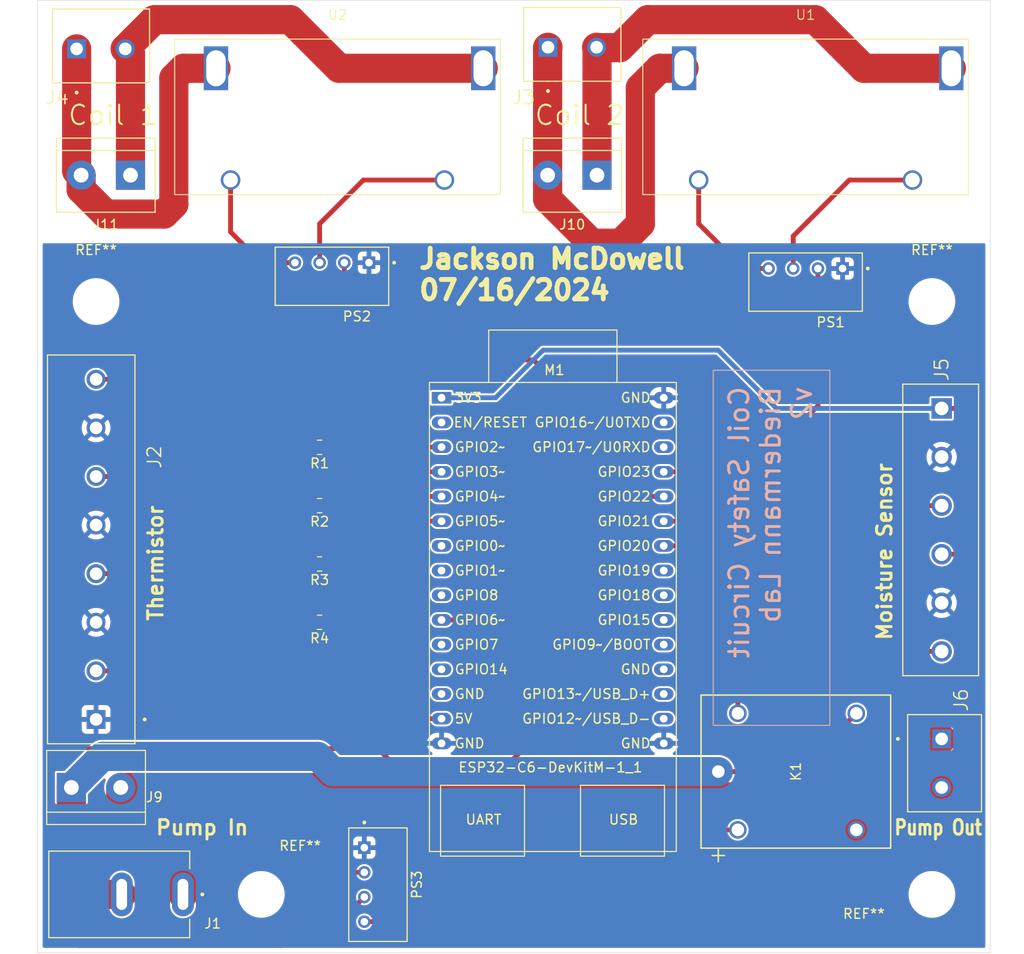
<source format=kicad_pcb>
(kicad_pcb (version 20240108) (generator "pcbnew") (generator_version "8.0")
  (title_block (title "Coil Safety Circuit") (date "2024-07-16") (rev "v2") (company "Biedermann Lab"))
  (layers (0 "F.Cu" signal) (31 "B.Cu" signal) (34 "B.Paste" user) (35 "F.Paste" user) (36 "B.SilkS" user "B.Silkscreen") (37 "F.SilkS" user "F.Silkscreen") (38 "B.Mask" user) (39 "F.Mask" user) (44 "Edge.Cuts" user))
  (net 0 "")
  (net 1 "Net-(J9-Pin_1)")
  (net 2 "Net-(J6-Pin_1)")
  (net 3 "Net-(J2-Pin_4)")
  (net 4 "Net-(J2-Pin_2)")
  (net 5 "GND")
  (net 6 "Net-(J2-Pin_6)")
  (net 7 "Net-(J2-Pin_8)")
  (net 8 "Net-(J10-Pin_1)")
  (net 9 "Net-(J10-Pin_2)")
  (net 10 "Net-(J11-Pin_1)")
  (net 11 "Net-(J11-Pin_2)")
  (net 12 "+3.3V")
  (net 13 "Net-(J5-Pin_3)")
  (net 14 "Net-(J5-Pin_6)")
  (net 15 "Net-(J6-Pin_2)")
  (net 16 "Net-(PS3-+VOUT)")
  (net 17 "Net-(PS3--VOUT)")
  (net 18 "Net-(M1-GPIO_22)")
  (net 21 "Net-(M1-GPIO_23)")
  (net 25 "Net-(M1-GPIO_6)")
  (net 37 "Net-(PS1-+VOUT)")
  (net 38 "Net-(PS1--VOUT)")
  (net 39 "Net-(PS2-+VOUT)")
  (net 40 "Net-(PS2--VOUT)")
  (net 41 "+5V")
  (footprint "Footprints:CUI_TB002-500-02BE" (layer "F.Cu") (at 106 57)
    (property "Reference" "J4" (at -2 5 0) (layer "F.SilkS") (effects (font (size 1.4 1.4))))
    (property "Value" "Screw_Terminal_01x02")
    (fp_line (start -2.5 -4.1) (end 7.5 -4.1) (stroke (width 0.127)) (layer "F.SilkS"))
    (fp_line (start -2.5 3.5) (end -2.5 -4.1) (stroke (width 0.127)) (layer "F.SilkS"))
    (fp_line (start 7.5 -4.1) (end 7.5 3.5) (stroke (width 0.127)) (layer "F.SilkS"))
    (fp_line (start 7.5 3.5) (end -2.5 3.5) (stroke (width 0.127)) (layer "F.SilkS"))
    (fp_circle (center 0 4.5) (end 0.1 4.5) (stroke (width 0.2)) (fill none) (layer "F.SilkS"))
    (pad "1" thru_hole rect (at 0 0) (size 1.95 1.95) (drill 1.3) (layers "*.Cu" "*.Mask") (net 11 "Net-(J11-Pin_2)"))
    (pad "2" thru_hole circle (at 5 0) (size 1.95 1.95) (drill 1.3) (layers "*.Cu" "*.Mask") (net 10 "Net-(J11-Pin_1)"))
  )
  (footprint "TerminalBlock:TerminalBlock_bornier-2_P5.08mm" (layer "F.Cu") (at 159.54 70 180)
    (property "Reference" "J10" (at 2.54 -5.08 0) (layer "F.SilkS"))
    (property "Value" "Conn_01x02_Pin")
    (fp_line (start 7.62 3.81) (end 7.62 -3.81) (stroke (width 0.12)) (layer "F.SilkS"))
    (fp_line (start 7.62 2.54) (end -2.54 2.54) (stroke (width 0.12)) (layer "F.SilkS"))
    (fp_line (start 7.62 -3.81) (end -2.54 -3.81) (stroke (width 0.12)) (layer "F.SilkS"))
    (fp_line (start -2.54 3.81) (end 7.62 3.81) (stroke (width 0.12)) (layer "F.SilkS"))
    (fp_line (start -2.54 -3.81) (end -2.54 3.81) (stroke (width 0.12)) (layer "F.SilkS"))
    (pad "1" thru_hole rect (at 0 0 180) (size 3 3) (drill 1.52) (layers "*.Cu" "*.Mask") (net 8 "Net-(J10-Pin_1)"))
    (pad "2" thru_hole circle (at 5.08 0 180) (size 3 3) (drill 1.52) (layers "*.Cu" "*.Mask") (net 9 "Net-(J10-Pin_2)"))
  )
  (footprint "TerminalBlock:TerminalBlock_bornier-2_P5.08mm" (layer "F.Cu") (at 111.54 70 180)
    (property "Reference" "J11" (at 2.54 -5.08 0) (layer "F.SilkS"))
    (property "Value" "Conn_01x02_Pin")
    (fp_line (start 7.62 3.81) (end 7.62 -3.81) (stroke (width 0.12)) (layer "F.SilkS"))
    (fp_line (start 7.62 2.54) (end -2.54 2.54) (stroke (width 0.12)) (layer "F.SilkS"))
    (fp_line (start 7.62 -3.81) (end -2.54 -3.81) (stroke (width 0.12)) (layer "F.SilkS"))
    (fp_line (start -2.54 3.81) (end 7.62 3.81) (stroke (width 0.12)) (layer "F.SilkS"))
    (fp_line (start -2.54 -3.81) (end -2.54 3.81) (stroke (width 0.12)) (layer "F.SilkS"))
    (pad "1" thru_hole rect (at 0 0 180) (size 3 3) (drill 1.52) (layers "*.Cu" "*.Mask") (net 10 "Net-(J11-Pin_1)"))
    (pad "2" thru_hole circle (at 5.08 0 180) (size 3 3) (drill 1.52) (layers "*.Cu" "*.Mask") (net 11 "Net-(J11-Pin_2)"))
  )
  (footprint "MountingHole:MountingHole_4.3mm_M4" (layer "F.Cu") (at 108 83)
    (property "Reference" "REF**" (at 0 -5.3 0) (layer "F.SilkS"))
    (property "Value" "MountingHole_4.3mm_M4")
    (pad "" np_thru_hole circle (at 0 0) (size 4.3 4.3) (drill 4.3) (layers "*.Cu" "*.Mask"))
  )
  (footprint "Resistor_SMD:R_0805_2012Metric" (layer "F.Cu") (at 131 98 180)
    (property "Reference" "R1" (at 0 -1.65 0) (layer "F.SilkS"))
    (property "Value" "10k")
    (fp_line (start -0.227064 0.735) (end 0.227064 0.735) (stroke (width 0.12)) (layer "F.SilkS"))
    (fp_line (start -0.227064 -0.735) (end 0.227064 -0.735) (stroke (width 0.12)) (layer "F.SilkS"))
    (pad "1" smd roundrect (at -0.9125 0 180) (size 1.025 1.4) (layers "F.Cu" "F.Paste" "F.Mask") (roundrect_rratio 0.243902) (net 7 "Net-(J2-Pin_8)"))
    (pad "2" smd roundrect (at 0.9125 0 180) (size 1.025 1.4) (layers "F.Cu" "F.Paste" "F.Mask") (roundrect_rratio 0.243902) (net 41 "+5V"))
  )
  (footprint "Footprints:CUI_TB002-500-02BE" (layer "F.Cu") (at 154.5 56.8375)
    (property "Reference" "J3" (at -2.5 5.1625 0) (layer "F.SilkS") (effects (font (size 1.4 1.4))))
    (property "Value" "Screw_Terminal_01x02")
    (fp_line (start -2.5 -4.1) (end 7.5 -4.1) (stroke (width 0.127)) (layer "F.SilkS"))
    (fp_line (start -2.5 3.5) (end -2.5 -4.1) (stroke (width 0.127)) (layer "F.SilkS"))
    (fp_line (start 7.5 -4.1) (end 7.5 3.5) (stroke (width 0.127)) (layer "F.SilkS"))
    (fp_line (start 7.5 3.5) (end -2.5 3.5) (stroke (width 0.127)) (layer "F.SilkS"))
    (fp_circle (center 0 4.5) (end 0.1 4.5) (stroke (width 0.2)) (fill none) (layer "F.SilkS"))
    (pad "1" thru_hole rect (at 0 0) (size 1.95 1.95) (drill 1.3) (layers "*.Cu" "*.Mask") (net 9 "Net-(J10-Pin_2)"))
    (pad "2" thru_hole circle (at 5 0) (size 1.95 1.95) (drill 1.3) (layers "*.Cu" "*.Mask") (net 8 "Net-(J10-Pin_1)"))
  )
  (footprint "Footprints:AZDC007-1AE-12D" (layer "F.Cu") (at 181 64)
    (property "Reference" "U1" (at 0 -10.5 0) (layer "F.SilkS") (effects (font (thickness 0.1))))
    (property "Value" "AZDC007-1AE-12D")
    (fp_rect (start -16.75 -8) (end 16.75 8) (stroke (width 0.1)) (fill none) (layer "F.SilkS"))
    (pad "1" thru_hole circle (at -11 6.5) (size 2 2) (drill 1.5) (layers "*.Cu" "*.Mask") (net 37 "Net-(PS1-+VOUT)"))
    (pad "2" thru_hole circle (at 11 6.5) (size 2 2) (drill 1.5) (layers "*.Cu" "*.Mask") (net 38 "Net-(PS1--VOUT)"))
    (pad "3" thru_hole rect (at 15 -5) (size 2.5 4.5) (drill oval 2 3.7) (layers "*.Cu" "*.Mask") (net 8 "Net-(J10-Pin_1)"))
    (pad "4" thru_hole rect (at -12.5 -5) (size 2.5 4.5) (drill oval 2 3.7) (layers "*.Cu" "*.Mask") (net 9 "Net-(J10-Pin_2)"))
  )
  (footprint "Footprints:CONV_1S4E_0312S1U" (layer "F.Cu") (at 132.27 80.4 180)
    (property "Reference" "PS2" (at -2.575 -4.135 0) (layer "F.SilkS"))
    (property "Value" "1S4E_0312S1U")
    (fp_line (start 5.84 3) (end -5.84 3) (stroke (width 0.127)) (layer "F.SilkS"))
    (fp_line (start 5.84 -3) (end 5.84 3) (stroke (width 0.127)) (layer "F.SilkS"))
    (fp_line (start -5.84 3) (end -5.84 -3) (stroke (width 0.127)) (layer "F.SilkS"))
    (fp_line (start -5.84 -3) (end 5.84 -3) (stroke (width 0.127)) (layer "F.SilkS"))
    (fp_circle (center -6.4 1.4) (end -6.3 1.4) (stroke (width 0.2)) (fill none) (layer "F.SilkS"))
    (pad "1" thru_hole rect (at -3.81 1.4 180) (size 1.288 1.288) (drill 0.78) (layers "*.Cu" "*.Mask") (net 5 "GND"))
    (pad "2" thru_hole circle (at -1.27 1.4 180) (size 1.288 1.288) (drill 0.78) (layers "*.Cu" "*.Mask") (net 18 "Net-(M1-GPIO_22)"))
    (pad "3" thru_hole circle (at 1.27 1.4 180) (size 1.288 1.288) (drill 0.78) (layers "*.Cu" "*.Mask") (net 40 "Net-(PS2--VOUT)"))
    (pad "4" thru_hole circle (at 3.81 1.4 180) (size 1.288 1.288) (drill 0.78) (layers "*.Cu" "*.Mask") (net 39 "Net-(PS2-+VOUT)"))
  )
  (footprint "Footprints:CONV_1S4E_0312S1U" (layer "F.Cu") (at 137 143 -90)
    (property "Reference" "PS3" (at 0 -4 90) (layer "F.SilkS"))
    (property "Value" "1S4E_0312S1U")
    (fp_line (start -5.84 3) (end -5.84 -3) (stroke (width 0.127)) (layer "F.SilkS"))
    (fp_line (start 5.84 3) (end -5.84 3) (stroke (width 0.127)) (layer "F.SilkS"))
    (fp_line (start -5.84 -3) (end 5.84 -3) (stroke (width 0.127)) (layer "F.SilkS"))
    (fp_line (start 5.84 -3) (end 5.84 3) (stroke (width 0.127)) (layer "F.SilkS"))
    (fp_circle (center -6.4 1.4) (end -6.3 1.4) (stroke (width 0.2)) (fill none) (layer "F.SilkS"))
    (pad "1" thru_hole rect (at -3.81 1.4 270) (size 1.288 1.288) (drill 0.78) (layers "*.Cu" "*.Mask") (net 5 "GND"))
    (pad "2" thru_hole circle (at -1.27 1.4 270) (size 1.288 1.288) (drill 0.78) (layers "*.Cu" "*.Mask") (net 25 "Net-(M1-GPIO_6)"))
    (pad "3" thru_hole circle (at 1.27 1.4 270) (size 1.288 1.288) (drill 0.78) (layers "*.Cu" "*.Mask") (net 17 "Net-(PS3--VOUT)"))
    (pad "4" thru_hole circle (at 3.81 1.4 270) (size 1.288 1.288) (drill 0.78) (layers "*.Cu" "*.Mask") (net 16 "Net-(PS3-+VOUT)"))
  )
  (footprint "Footprints:CUI_TB001-500-08BE" (layer "F.Cu") (at 108 126 90)
    (property "Reference" "J2" (at 27 6 90) (layer "F.SilkS") (effects (font (size 1.4 1.4))))
    (property "Value" "Screw_Terminal_01x08")
    (fp_line (start 37.5 -5) (end 37.5 4) (stroke (width 0.127)) (layer "F.SilkS"))
    (fp_line (start -2.5 -5) (end 37.5 -5) (stroke (width 0.127)) (layer "F.SilkS"))
    (fp_line (start 37.5 4) (end -2.5 4) (stroke (width 0.127)) (layer "F.SilkS"))
    (fp_line (start -2.5 4) (end -2.5 -5) (stroke (width 0.127)) (layer "F.SilkS"))
    (fp_circle (center 0 5) (end 0.1 5) (stroke (width 0.2)) (fill none) (layer "F.SilkS"))
    (pad "1" thru_hole rect (at 0 0 90) (size 1.95 1.95) (drill 1.3) (layers "*.Cu" "*.Mask") (net 5 "GND"))
    (pad "2" thru_hole circle (at 5 0 90) (size 1.95 1.95) (drill 1.3) (layers "*.Cu" "*.Mask") (net 4 "Net-(J2-Pin_2)"))
    (pad "3" thru_hole circle (at 10 0 90) (size 1.95 1.95) (drill 1.3) (layers "*.Cu" "*.Mask") (net 5 "GND"))
    (pad "4" thru_hole circle (at 15 0 90) (size 1.95 1.95) (drill 1.3) (layers "*.Cu" "*.Mask") (net 3 "Net-(J2-Pin_4)"))
    (pad "5" thru_hole circle (at 20 0 90) (size 1.95 1.95) (drill 1.3) (layers "*.Cu" "*.Mask") (net 5 "GND"))
    (pad "6" thru_hole circle (at 25 0 90) (size 1.95 1.95) (drill 1.3) (layers "*.Cu" "*.Mask") (net 6 "Net-(J2-Pin_6)"))
    (pad "7" thru_hole circle (at 30 0 90) (size 1.95 1.95) (drill 1.3) (layers "*.Cu" "*.Mask") (net 5 "GND"))
    (pad "8" thru_hole circle (at 35 0 90) (size 1.95 1.95) (drill 1.3) (layers "*.Cu" "*.Mask") (net 7 "Net-(J2-Pin_8)"))
  )
  (footprint "TerminalBlock:TerminalBlock_bornier-2_P5.08mm" (layer "F.Cu") (at 105.46 133)
    (property "Reference" "J9" (at 8.54 1 0) (layer "F.SilkS"))
    (property "Value" "Conn_01x02_Pin")
    (fp_line (start -2.54 -3.81) (end -2.54 3.81) (stroke (width 0.12)) (layer "F.SilkS"))
    (fp_line (start -2.54 3.81) (end 7.62 3.81) (stroke (width 0.12)) (layer "F.SilkS"))
    (fp_line (start 7.62 -3.81) (end -2.54 -3.81) (stroke (width 0.12)) (layer "F.SilkS"))
    (fp_line (start 7.62 2.54) (end -2.54 2.54) (stroke (width 0.12)) (layer "F.SilkS"))
    (fp_line (start 7.62 3.81) (end 7.62 -3.81) (stroke (width 0.12)) (layer "F.SilkS"))
    (pad "1" thru_hole rect (at 0 0) (size 3 3) (drill 1.52) (layers "*.Cu" "*.Mask") (net 1 "Net-(J9-Pin_1)"))
    (pad "2" thru_hole circle (at 5.08 0) (size 3 3) (drill 1.52) (layers "*.Cu" "*.Mask") (net 2 "Net-(J6-Pin_1)"))
  )
  (footprint "MountingHole:MountingHole_4.3mm_M4" (layer "F.Cu") (at 125 144)
    (property "Reference" "REF**" (at 4 -5 0) (layer "F.SilkS"))
    (property "Value" "MountingHole_4.3mm_M4")
    (pad "" np_thru_hole circle (at 0 0) (size 4.3 4.3) (drill 4.3) (layers "*.Cu" "*.Mask"))
  )
  (footprint "MountingHole:MountingHole_4.3mm_M4" (layer "F.Cu") (at 194 83)
    (property "Reference" "REF**" (at 0 -5.3 0) (layer "F.SilkS"))
    (property "Value" "MountingHole_4.3mm_M4")
    (pad "" np_thru_hole circle (at 0 0) (size 4.3 4.3) (drill 4.3) (layers "*.Cu" "*.Mask"))
  )
  (footprint "Resistor_SMD:R_0805_2012Metric" (layer "F.Cu") (at 131 104 180)
    (property "Reference" "R2" (at 0 -1.65 0) (layer "F.SilkS"))
    (property "Value" "10k")
    (fp_line (start -0.227064 0.735) (end 0.227064 0.735) (stroke (width 0.12)) (layer "F.SilkS"))
    (fp_line (start -0.227064 -0.735) (end 0.227064 -0.735) (stroke (width 0.12)) (layer "F.SilkS"))
    (pad "1" smd roundrect (at -0.9125 0 180) (size 1.025 1.4) (layers "F.Cu" "F.Paste" "F.Mask") (roundrect_rratio 0.243902) (net 6 "Net-(J2-Pin_6)"))
    (pad "2" smd roundrect (at 0.9125 0 180) (size 1.025 1.4) (layers "F.Cu" "F.Paste" "F.Mask") (roundrect_rratio 0.243902) (net 41 "+5V"))
  )
  (footprint "Resistor_SMD:R_0805_2012Metric" (layer "F.Cu") (at 131 110 180)
    (property "Reference" "R3" (at 0 -1.65 0) (layer "F.SilkS"))
    (property "Value" "10k")
    (fp_line (start -0.227064 0.735) (end 0.227064 0.735) (stroke (width 0.12)) (layer "F.SilkS"))
    (fp_line (start -0.227064 -0.735) (end 0.227064 -0.735) (stroke (width 0.12)) (layer "F.SilkS"))
    (pad "1" smd roundrect (at -0.9125 0 180) (size 1.025 1.4) (layers "F.Cu" "F.Paste" "F.Mask") (roundrect_rratio 0.243902) (net 3 "Net-(J2-Pin_4)"))
    (pad "2" smd roundrect (at 0.9125 0 180) (size 1.025 1.4) (layers "F.Cu" "F.Paste" "F.Mask") (roundrect_rratio 0.243902) (net 41 "+5V"))
  )
  (footprint "Resistor_SMD:R_0805_2012Metric" (layer "F.Cu") (at 131 116 180)
    (property "Reference" "R4" (at 0 -1.65 0) (layer "F.SilkS"))
    (property "Value" "10k")
    (fp_line (start -0.227064 0.735) (end 0.227064 0.735) (stroke (width 0.12)) (layer "F.SilkS"))
    (fp_line (start -0.227064 -0.735) (end 0.227064 -0.735) (stroke (width 0.12)) (layer "F.SilkS"))
    (pad "1" smd roundrect (at -0.9125 0 180) (size 1.025 1.4) (layers "F.Cu" "F.Paste" "F.Mask") (roundrect_rratio 0.243902) (net 4 "Net-(J2-Pin_2)"))
    (pad "2" smd roundrect (at 0.9125 0 180) (size 1.025 1.4) (layers "F.Cu" "F.Paste" "F.Mask") (roundrect_rratio 0.243902) (net 41 "+5V"))
  )
  (footprint "Footprints:ESP32-C6-DevKitM-1" (layer "F.Cu") (at 143.546 92.90026)
    (property "Reference" "M1" (at 11.6078 -2.8448 0) (layer "F.SilkS"))
    (property "Value" "ESP32-C6-DevKitM-1_1" (at 11.2 38.033 180) (layer "F.SilkS"))
    (fp_line (start -1.246 -1.575) (end -1.246 46.685) (stroke (width 0.12)) (layer "F.SilkS"))
    (fp_line (start -1.246 46.685) (end 24.154 46.685) (stroke (width 0.12)) (layer "F.SilkS"))
    (fp_line (start 4.85172 -6.96532) (end 18.05172 -6.96532) (stroke (width 0.12)) (layer "F.SilkS"))
    (fp_line (start 4.85172 -1.59532) (end 4.85172 -6.96532) (stroke (width 0.12)) (layer "F.SilkS"))
    (fp_line (start 18.05172 -6.96532) (end 18.05172 -1.59532) (stroke (width 0.12)) (layer "F.SilkS"))
    (fp_line (start 24.154 -1.575) (end -1.246 -1.575) (stroke (width 0.12)) (layer "F.SilkS"))
    (fp_line (start 24.154 46.685) (end 24.154 -1.575) (stroke (width 0.12)) (layer "F.SilkS"))
    (fp_rect (start -0.0998 39.875) (end 8.5362 47.1648) (stroke (width 0.12)) (fill none) (layer "F.SilkS"))
    (fp_rect (start 14.3002 39.875) (end 22.9362 47.1648) (stroke (width 0.12)) (fill none) (layer "F.SilkS"))
    (fp_text user "GND" (at 21.59 35.56 0) (layer "F.SilkS") (effects (justify right)))
    (fp_text user "GPIO20" (at 21.59 15.24 0) (layer "F.SilkS") (effects (justify right)))
    (fp_text user "GPIO0~" (at 1.27 15.24 0) (layer "F.SilkS") (effects (justify left)))
    (fp_text user "GPIO15" (at 21.59 22.86 0) (layer "F.SilkS") (effects (justify right)))
    (fp_text user "5V" (at 1.27 33.02 0) (layer "F.SilkS") (effects (justify left)))
    (fp_text user "GND" (at 1.27 35.56 0) (layer "F.SilkS") (effects (justify left)))
    (fp_text user "3V3" (at 1.27 0 0) (layer "F.SilkS") (effects (justify left)))
    (fp_text user "UART" (at 4.3198 43.9898 0) (layer "F.SilkS") (effects (justify bottom)))
    (fp_text user "EN/RESET" (at 8.88632 2.54 0) (layer "F.SilkS") (effects (justify right)))
    (fp_text user "GPIO14" (at 1.27 27.94 0) (layer "F.SilkS") (effects (justify left)))
    (fp_text user "GPIO12~/USB_D-" (at 21.59 33.02 0) (layer "F.SilkS") (effects (justify right)))
    (fp_text user "GPIO19" (at 21.59 17.78 0) (layer "F.SilkS") (effects (justify right)))
    (fp_text user "GPIO8" (at 1.27 20.32 0) (layer "F.SilkS") (effects (justify left)))
    (fp_text user "GPIO9~/BOOT" (at 21.59 25.4 0) (layer "F.SilkS") (effects (justify right)))
    (fp_text user "GPIO13~/USB_D+" (at 21.59 30.48 0) (layer "F.SilkS") (effects (justify right)))
    (fp_text user "GPIO18" (at 21.59 20.32 0) (layer "F.SilkS") (effects (justify right)))
    (fp_text user "GPIO7" (at 1.27 25.4 0) (layer "F.SilkS") (effects (justify left)))
    (fp_text user "GPIO6~" (at 1.27 22.86 0) (layer "F.SilkS") (effects (justify left)))
    (fp_text user "GPIO4~" (at 1.27 10.16 0) (layer "F.SilkS") (effects (justify left)))
    (fp_text user "GPIO17~/U0RXD" (at 21.59 5.08 0) (layer "F.SilkS") (effects (justify right)))
    (fp_text user "GPIO3~" (at 1.27 7.62 0) (layer "F.SilkS") (effects (justify left)))
    (fp_text user "GND" (at 1.27 30.48 0) (layer "F.SilkS") (effects (justify left)))
    (fp_text user "GPIO1~" (at 1.27 17.78 0) (layer "F.SilkS") (effects (justify left)))
    (fp_text user "GPIO16~/U0TXD" (at 21.59 2.54 0) (layer "F.SilkS") (effects (justify right)))
    (fp_text user "GPIO22" (at 21.59 10.16 0) (layer "F.SilkS") (effects (justify right)))
    (fp_text user "GPIO23" (at 21.59 7.62 0) (layer "F.SilkS") (effects (justify right)))
    (fp_text user "GND" (at 21.59 27.94 0) (layer "F.SilkS") (effects (justify right)))
    (fp_text user "GPIO5~" (at 1.27 12.7 0) (layer "F.SilkS") (effects (justify left)))
    (fp_text user "USB" (at 18.7198 43.9898 0) (layer "F.SilkS") (effects (justify bottom)))
    (fp_text user "GPIO21" (at 21.59 12.7 0) (layer "F.SilkS") (effects (justify right)))
    (fp_text user "GPIO2~" (at 1.27 5.08 0) (layer "F.SilkS") (effects (justify left)))
    (fp_text user "GND" (at 21.59 0 0) (layer "F.SilkS") (effects (justify right)))
    (pad "1" thru_hole rect (at 0 0 270) (size 1.2 2) (drill 0.8) (layers "*.Cu" "*.Mask") (net 12 "+3.3V"))
    (pad "2" thru_hole oval (at 0 2.54 270) (size 1.2 2) (drill 0.8) (layers "*.Cu" "*.Mask"))
    (pad "3" thru_hole oval (at 0 5.08 270) (size 1.2 2) (drill 0.8) (layers "*.Cu" "*.Mask") (net 7 "Net-(J2-Pin_8)"))
    (pad "4" thru_hole oval (at 0 7.62 270) (size 1.2 2) (drill 0.8) (layers "*.Cu" "*.Mask") (net 6 "Net-(J2-Pin_6)"))
    (pad "5" thru_hole oval (at 0 10.16 270) (size 1.2 2) (drill 0.8) (layers "*.Cu" "*.Mask") (net 3 "Net-(J2-Pin_4)"))
    (pad "6" thru_hole oval (at 0 12.7 270) (size 1.2 2) (drill 0.8) (layers "*.Cu" "*.Mask") (net 4 "Net-(J2-Pin_2)"))
    (pad "7" thru_hole oval (at 0 15.24 270) (size 1.2 2) (drill 0.8) (layers "*.Cu" "*.Mask"))
    (pad "8" thru_hole oval (at 0 17.78 270) (size 1.2 2) (drill 0.8) (layers "*.Cu" "*.Mask"))
    (pad "9" thru_hole oval (at 0 20.32 270) (size 1.2 2) (drill 0.8) (layers "*.Cu" "*.Mask"))
    (pad "10" thru_hole oval (at 0 22.86 270) (size 1.2 2) (drill 0.8) (layers "*.Cu" "*.Mask") (net 25 "Net-(M1-GPIO_6)"))
    (pad "11" thru_hole oval (at 0 25.4 270) (size 1.2 2) (drill 0.8) (layers "*.Cu" "*.Mask"))
    (pad "12" thru_hole oval (at 0 27.94 270) (size 1.2 2) (drill 0.8) (layers "*.Cu" "*.Mask"))
    (pad "13" thru_hole oval (at 0 30.48 270) (size 1.2 2) (drill 0.8) (layers "*.Cu" "*.Mask"))
    (pad "14" thru_hole oval (at 0 33.02 270) (size 1.2 2) (drill 0.8) (layers "*.Cu" "*.Mask") (net 41 "+5V"))
    (pad "15" thru_hole oval (at 0 35.56 270) (size 1.2 2) (drill 0.8) (layers "*.Cu" "*.Mask") (net 5 "GND"))
    (pad "16" thru_hole oval (at 22.86 35.56 270) (size 1.2 2) (drill 0.8) (layers "*.Cu" "*.Mask") (net 5 "GND"))
    (pad "17" thru_hole oval (at 22.86 33.02 270) (size 1.2 2) (drill 0.8) (layers "*.Cu" "*.Mask"))
    (pad "18" thru_hole oval (at 22.86 30.48 270) (size 1.2 2) (drill 0.8) (layers "*.Cu" "*.Mask"))
    (pad "19" thru_hole oval (at 22.86 27.94 270) (size 1.2 2) (drill 0.8) (layers "*.Cu" "*.Mask"))
    (pad "20" thru_hole oval (at 22.86 25.4 270) (size 1.2 2) (drill 0.8) (layers "*.Cu" "*.Mask"))
    (pad "21" thru_hole oval (at 22.86 22.86 270) (size 1.2 2) (drill 0.8) (layers "*.Cu" "*.Mask"))
    (pad "22" thru_hole oval (at 22.86 20.32 270) (size 1.2 2) (drill 0.8) (layers "*.Cu" "*.Mask"))
    (pad "23" thru_hole oval (at 22.86 17.78 270) (size 1.2 2) (drill 0.8) (layers "*.Cu" "*.Mask"))
    (pad "24" thru_hole oval (at 22.86 15.24 270) (size 1.2 2) (drill 0.8) (layers "*.Cu" "*.Mask") (net 14 "Net-(J5-Pin_6)"))
    (pad "25" thru_hole oval (at 22.86 12.7 270) (size 1.2 2) (drill 0.8) (layers "*.Cu" "*.Mask") (net 13 "Net-(J5-Pin_3)"))
    (pad "26" thru_hole oval (at 22.86 10.16 270) (size 1.2 2) (drill 0.8) (layers "*.Cu" "*.Mask") (net 18 "Net-(M1-GPIO_22)"))
    (pad "27" thru_hole oval (at 22.86 7.62 270) (size 1.2 2) (drill 0.8) (layers "*.Cu" "*.Mask") (net 21 "Net-(M1-GPIO_23)"))
    (pad "28" thru_hole oval (at 22.86 5.08 270) (size 1.2 2) (drill 0.8) (layers "*.Cu" "*.Mask"))
    (pad "29" thru_hole oval (at 22.86 2.54 270) (size 1.2 2) (drill 0.8) (layers "*.Cu" "*.Mask"))
    (pad "30" thru_hole oval (at 22.86 0 270) (size 1.2 2) (drill 0.8) (layers "*.Cu" "*.Mask") (net 5 "GND"))
  )
  (footprint "MountingHole:MountingHole_4.3mm_M4" (layer "F.Cu") (at 194 144)
    (property "Reference" "REF**" (at -7 2 0) (layer "F.SilkS"))
    (property "Value" "MountingHole_4.3mm_M4")
    (pad "" np_thru_hole circle (at 0 0) (size 4.3 4.3) (drill 4.3) (layers "*.Cu" "*.Mask"))
  )
  (footprint "Footprints:CONV_1S4E_0312S1U" (layer "F.Cu") (at 181 81 180)
    (property "Reference" "PS1" (at -2.575 -4.135 0) (layer "F.SilkS"))
    (property "Value" "1S4E_0312S1U")
    (fp_line (start 5.84 3) (end -5.84 3) (stroke (width 0.127)) (layer "F.SilkS"))
    (fp_line (start 5.84 -3) (end 5.84 3) (stroke (width 0.127)) (layer "F.SilkS"))
    (fp_line (start -5.84 3) (end -5.84 -3) (stroke (width 0.127)) (layer "F.SilkS"))
    (fp_line (start -5.84 -3) (end 5.84 -3) (stroke (width 0.127)) (layer "F.SilkS"))
    (fp_circle (center -6.4 1.4) (end -6.3 1.4) (stroke (width 0.2)) (fill none) (layer "F.SilkS"))
    (pad "1" thru_hole rect (at -3.81 1.4 180) (size 1.288 1.288) (drill 0.78) (layers "*.Cu" "*.Mask") (net 5 "GND"))
    (pad "2" thru_hole circle (at -1.27 1.4 180) (size 1.288 1.288) (drill 0.78) (layers "*.Cu" "*.Mask") (net 21 "Net-(M1-GPIO_23)"))
    (pad "3" thru_hole circle (at 1.27 1.4 180) (size 1.288 1.288) (drill 0.78) (layers "*.Cu" "*.Mask") (net 38 "Net-(PS1--VOUT)"))
    (pad "4" thru_hole circle (at 3.81 1.4 180) (size 1.288 1.288) (drill 0.78) (layers "*.Cu" "*.Mask") (net 37 "Net-(PS1-+VOUT)"))
  )
  (footprint "Footprints:AZ943-1CH-12DE" (layer "F.Cu") (at 172.0244 131.365 90)
    (property "Reference" "K1" (at 0 7.9756 90) (layer "F.SilkS"))
    (property "Value" "AZ943-1CH-12DE")
    (fp_line (start 7.874 -1.778) (end -7.874 -1.778) (stroke (width 0.1524)) (layer "F.SilkS"))
    (fp_line (start 7.874 -1.778) (end 7.874 17.7292) (stroke (width 0.1524)) (layer "F.SilkS"))
    (fp_line (start -7.874 -1.778) (end -7.874 17.7292) (stroke (width 0.1524)) (layer "F.SilkS"))
    (fp_line (start -8.636 -0.635) (end -8.636 0.635) (stroke (width 0.1524)) (layer "F.SilkS"))
    (fp_line (start -9.271 0) (end -8.001 0) (stroke (width 0.1524)) (layer "F.SilkS"))
    (fp_line (start 7.874 17.7292) (end -7.874 17.7292) (stroke (width 0.1524)) (layer "F.SilkS"))
    (pad "1" thru_hole rect (at 0 0 90) (size 1.8034 1.8034) (drill 1.2954) (layers "*.Cu" "*.Mask") (net 1 "Net-(J9-Pin_1)"))
    (pad "2" thru_hole circle (at -5.9944 2.0066 90) (size 1.8034 1.8034) (drill 1.2954) (layers "*.Cu" "*.Mask") (net 16 "Net-(PS3-+VOUT)"))
    (pad "3" thru_hole circle (at -5.9944 14.1986 90) (size 1.8034 1.8034) (drill 1.2954) (layers "*.Cu" "*.Mask") (net 15 "Net-(J6-Pin_2)"))
    (pad "4" thru_hole circle (at 5.9944 14.1986 90) (size 1.8034 1.8034) (drill 1.2954) (layers "*.Cu" "*.Mask") (net 1 "Net-(J9-Pin_1)"))
    (pad "5" thru_hole circle (at 5.9944 2.0066 90) (size 1.8034 1.8034) (drill 1.2954) (layers "*.Cu" "*.Mask") (net 17 "Net-(PS3--VOUT)"))
  )
  (footprint "Footprints:CUI_PJ-037BH" (layer "F.Cu") (at 116.9375 144 180)
    (property "Reference" "J1" (at -3.0625 -3 0) (layer "F.SilkS") (effects (font (size 1.000315 1.000315))))
    (property "Value" "PJ-037BH")
    (fp_line (start 13.8 4.45) (end -0.7 4.45) (stroke (width 0.127)) (layer "F.SilkS"))
    (fp_line (start 13.8 -4.45) (end 13.8 4.45) (stroke (width 0.127)) (layer "F.SilkS"))
    (fp_line (start -0.7 4.45) (end -0.7 2.65) (stroke (width 0.127)) (layer "F.SilkS"))
    (fp_line (start -0.7 -2.55) (end -0.7 -4.45) (stroke (width 0.127)) (layer "F.SilkS"))
    (fp_line (start -0.7 -4.45) (end 13.8 -4.45) (stroke (width 0.127)) (layer "F.SilkS"))
    (fp_circle (center -2 0) (end -1.9 0) (stroke (width 0.2)) (fill none) (layer "F.SilkS"))
    (pad "1" thru_hole oval (at 0 0 180) (size 2.25 4.5) (drill oval 1.1 3.2) (layers "*.Cu" "*.Mask") (net 2 "Net-(J6-Pin_1)"))
    (pad "2" thru_hole oval (at 6.3 0 180) (size 2.25 4.5) (drill oval 1.1 3.2) (layers "*.Cu" "*.Mask") (net 1 "Net-(J9-Pin_1)"))
  )
  (footprint "Footprints:CUI_TB003-500-P06BE" (layer "F.Cu") (at 195 94 -90)
    (property "Reference" "J5" (at -4 0 90) (layer "F.SilkS") (effects (font (size 1.4 1.4))))
    (property "Value" "Screw_Terminal_01x06")
    (fp_line (start -2.5 4) (end -2.5 -3.8) (stroke (width 0.127)) (layer "F.SilkS"))
    (fp_line (start 27.5 4) (end -2.5 4) (stroke (width 0.127)) (layer "F.SilkS"))
    (fp_line (start -2.5 -3.8) (end 27.5 -3.8) (stroke (width 0.127)) (layer "F.SilkS"))
    (fp_line (start 27.5 -3.8) (end 27.5 4) (stroke (width 0.127)) (layer "F.SilkS"))
    (pad "1" thru_hole rect (at 0 0 270) (size 2.1 2.1) (drill 1.4) (layers "*.Cu" "*.Mask") (net 12 "+3.3V"))
    (pad "2" thru_hole circle (at 5 0 270) (size 2.1 2.1) (drill 1.4) (layers "*.Cu" "*.Mask") (net 5 "GND"))
    (pad "3" thru_hole circle (at 10 0 270) (size 2.1 2.1) (drill 1.4) (layers "*.Cu" "*.Mask") (net 13 "Net-(J5-Pin_3)"))
    (pad "4" thru_hole circle (at 15 0 270) (size 2.1 2.1) (drill 1.4) (layers "*.Cu" "*.Mask") (net 12 "+3.3V"))
    (pad "5" thru_hole circle (at 20 0 270) (size 2.1 2.1) (drill 1.4) (layers "*.Cu" "*.Mask") (net 5 "GND"))
    (pad "6" thru_hole circle (at 25 0 270) (size 2.1 2.1) (drill 1.4) (layers "*.Cu" "*.Mask") (net 14 "Net-(J5-Pin_6)"))
  )
  (footprint "Footprints:CUI_TB002-500-02BE" (layer "F.Cu") (at 195 128 -90)
    (property "Reference" "J6" (at -4 -2 90) (layer "F.SilkS") (effects (font (size 1.4 1.4))))
    (property "Value" "Screw_Terminal_01x02")
    (fp_line (start -2.5 3.5) (end -2.5 -4.1) (stroke (width 0.127)) (layer "F.SilkS"))
    (fp_line (start 7.5 3.5) (end -2.5 3.5) (stroke (width 0.127)) (layer "F.SilkS"))
    (fp_line (start -2.5 -4.1) (end 7.5 -4.1) (stroke (width 0.127)) (layer "F.SilkS"))
    (fp_line (start 7.5 -4.1) (end 7.5 3.5) (stroke (width 0.127)) (layer "F.SilkS"))
    (fp_circle (center 0 4.5) (end 0.1 4.5) (stroke (width 0.2)) (fill none) (layer "F.SilkS"))
    (pad "1" thru_hole rect (at 0 0 270) (size 1.95 1.95) (drill 1.3) (layers "*.Cu" "*.Mask") (net 2 "Net-(J6-Pin_1)"))
    (pad "2" thru_hole circle (at 5 0 270) (size 1.95 1.95) (drill 1.3) (layers "*.Cu" "*.Mask") (net 15 "Net-(J6-Pin_2)"))
  )
  (footprint "Footprints:AZDC007-1AE-12D" (layer "F.Cu") (at 132.8375 64)
    (property "Reference" "U2" (at 0 -10.5 0) (layer "F.SilkS") (effects (font (thickness 0.1))))
    (property "Value" "AZDC007-1AE-12D")
    (fp_rect (start -16.75 -8) (end 16.75 8) (stroke (width 0.1)) (fill none) (layer "F.SilkS"))
    (pad "1" thru_hole circle (at -11 6.5) (size 2 2) (drill 1.5) (layers "*.Cu" "*.Mask") (net 39 "Net-(PS2-+VOUT)"))
    (pad "2" thru_hole circle (at 11 6.5) (size 2 2) (drill 1.5) (layers "*.Cu" "*.Mask") (net 40 "Net-(PS2--VOUT)"))
    (pad "3" thru_hole rect (at 15 -5) (size 2.5 4.5) (drill oval 2 3.7) (layers "*.Cu" "*.Mask") (net 10 "Net-(J11-Pin_1)"))
    (pad "4" thru_hole rect (at -12.5 -5) (size 2.5 4.5) (drill oval 2 3.7) (layers "*.Cu" "*.Mask") (net 11 "Net-(J11-Pin_2)"))
  )
  (gr_rect (start 102 52) (end 200 150) (stroke (width 0.05)) (fill none) (layer "Edge.Cuts"))
  (gr_text "Jackson McDowell \n07/16/2024" (at 141 83 0) (layer "F.SilkS") (effects (font (size 2 2) (thickness 0.5) (bold yes)) (justify left bottom)))
  (gr_text "Moisture Sensor" (at 190 118 90) (layer "F.SilkS") (effects (font (size 1.5 1.5) (thickness 0.3) (bold yes)) (justify left bottom)))
  (gr_text "Thermistor" (at 115 116 90) (layer "F.SilkS") (effects (font (size 1.5 1.5) (thickness 0.3) (bold yes)) (justify left bottom)))
  (gr_text "Pump In" (at 114 138 0) (layer "F.SilkS") (effects (font (size 1.5 1.5) (thickness 0.3) (bold yes)) (justify left bottom)))
  (gr_text "Pump Out" (at 190 138 0) (layer "F.SilkS") (effects (font (size 1.5 1.2) (thickness 0.3) (bold yes)) (justify left bottom)))
  (gr_text "Coil 2" (at 153 65 0) (layer "F.SilkS") (effects (font (size 2 2) (thickness 0.2)) (justify left bottom)))
  (gr_text "Coil 1" (at 105 65 0) (layer "F.SilkS") (effects (font (size 2 2) (thickness 0.2)) (justify left bottom)))
  (gr_text_box "Coil Safety Circuit\nBiedermann Lab\nv2\n" (start 171.5 90.0682) (end 183.5 126.6016) (angle 90) (layer "B.SilkS") (effects (font (size 2 2) (thickness 0.3)) (justify left top mirror)) (border yes) (stroke (width 0.1)))
  (segment (start 180.2286 131.365) (end 186.223 125.3706) (width 0.5) (layer "F.Cu") (net 1))
  (segment (start 105.46 141.46) (end 105.46 133) (width 3) (layer "F.Cu") (net 1))
  (segment (start 108 144) (end 105.46 141.46) (width 3) (layer "F.Cu") (net 1))
  (segment (start 110.6375 144) (end 108 144) (width 3) (layer "F.Cu") (net 1))
  (segment (start 172.0244 131.365) (end 180.2286 131.365) (width 0.5) (layer "F.Cu") (net 1))
  (segment (start 108.66 129.8) (end 130.8 129.8) (width 3) (layer "B.Cu") (net 1))
  (segment (start 132.365 131.365) (end 172.0244 131.365) (width 3) (layer "B.Cu") (net 1))
  (segment (start 130.8 129.8) (end 132.365 131.365) (width 3) (layer "B.Cu") (net 1))
  (segment (start 105.46 133) (end 108.66 129.8) (width 3) (layer "B.Cu") (net 1))
  (segment (start 134.9667 133.9667) (end 184.0333 133.9667) (width 3) (layer "F.Cu") (net 2))
  (segment (start 134 133) (end 134.9667 133.9667) (width 3) (layer "F.Cu") (net 2))
  (segment (start 116 139) (end 113 139) (width 3) (layer "F.Cu") (net 2))
  (segment (start 116.9375 139.9375) (end 116 139) (width 3) (layer "F.Cu") (net 2))
  (segment (start 110.54 136.54) (end 110.54 133) (width 3) (layer "F.Cu") (net 2))
  (segment (start 113 139) (end 110.54 136.54) (width 3) (layer "F.Cu") (net 2))
  (segment (start 110.54 133) (end 134 133) (width 3) (layer "F.Cu") (net 2))
  (segment (start 184.0333 133.9667) (end 190 128) (width 3) (layer "F.Cu") (net 2))
  (segment (start 116.9375 144) (end 116.9375 139.9375) (width 3) (layer "F.Cu") (net 2))
  (segment (start 190 128) (end 195 128) (width 3) (layer "F.Cu") (net 2))
  (segment (start 134 110) (end 140.93974 103.06026) (width 0.5) (layer "F.Cu") (net 3))
  (segment (start 118 111) (end 120 113) (width 0.5) (layer "F.Cu") (net 3))
  (segment (start 131.9125 112.0875) (end 131.9125 110) (width 0.5) (layer "F.Cu") (net 3))
  (segment (start 131.9125 110) (end 134 110) (width 0.5) (layer "F.Cu") (net 3))
  (segment (start 108 111) (end 118 111) (width 0.5) (layer "F.Cu") (net 3))
  (segment (start 120 113) (end 131 113) (width 0.5) (layer "F.Cu") (net 3))
  (segment (start 140.93974 103.06026) (end 143.546 103.06026) (width 0.5) (layer "F.Cu") (net 3))
  (segment (start 131 113) (end 131.9125 112.0875) (width 0.5) (layer "F.Cu") (net 3))
  (segment (start 134 116) (end 136 114) (width 0.5) (layer "F.Cu") (net 4))
  (segment (start 140.39974 105.60026) (end 143.546 105.60026) (width 0.5) (layer "F.Cu") (net 4))
  (segment (start 136 110) (end 140.39974 105.60026) (width 0.5) (layer "F.Cu") (net 4))
  (segment (start 131.9125 119.0875) (end 131.9125 116) (width 0.5) (layer "F.Cu") (net 4))
  (segment (start 130 121) (end 131.9125 119.0875) (width 0.5) (layer "F.Cu") (net 4))
  (segment (start 136 114) (end 136 110) (width 0.5) (layer "F.Cu") (net 4))
  (segment (start 131.9125 116) (end 134 116) (width 0.5) (layer "F.Cu") (net 4))
  (segment (start 108 121) (end 130 121) (width 0.5) (layer "F.Cu") (net 4))
  (segment (start 131 101) (end 131.9125 101.9125) (width 0.5) (layer "F.Cu") (net 6))
  (segment (start 131.9125 101.9125) (end 131.9125 104) (width 0.5) (layer "F.Cu") (net 6))
  (segment (start 135 104) (end 138.47974 100.52026) (width 0.5) (layer "F.Cu") (net 6))
  (segment (start 138.47974 100.52026) (end 143.546 100.52026) (width 0.5) (layer "F.Cu") (net 6))
  (segment (start 131.9125 104) (end 135 104) (width 0.5) (layer "F.Cu") (net 6))
  (segment (start 108 101) (end 131 101) (width 0.5) (layer "F.Cu") (net 6))
  (segment (start 133 98) (end 133.01974 97.98026) (width 0.5) (layer "F.Cu") (net 7))
  (segment (start 108 91) (end 129 91) (width 0.5) (layer "F.Cu") (net 7))
  (segment (start 131.9125 98) (end 133 98) (width 0.5) (layer "F.Cu") (net 7))
  (segment (start 129 91) (end 131.9125 93.9125) (width 0.5) (layer "F.Cu") (net 7))
  (segment (start 133.01974 97.98026) (end 143.546 97.98026) (width 0.5) (layer "F.Cu") (net 7))
  (segment (start 131.9125 93.9125) (end 131.9125 98) (width 0.5) (layer "F.Cu") (net 7))
  (segment (start 159.54 70) (end 159.54 56.8775) (width 3) (layer "F.Cu") (net 8))
  (segment (start 161.8775 56.8775) (end 164.755 54) (width 3) (layer "F.Cu") (net 8))
  (segment (start 187 59) (end 196 59) (width 3) (layer "F.Cu") (net 8))
  (segment (start 182 54) (end 187 59) (width 3) (layer "F.Cu") (net 8))
  (segment (start 164.755 54) (end 182 54) (width 3) (layer "F.Cu") (net 8))
  (segment (start 159.54 56.8775) (end 159.5 56.8375) (width 3) (layer "F.Cu") (net 8))
  (segment (start 159.54 56.8775) (end 161.8775 56.8775) (width 3) (layer "F.Cu") (net 8))
  (segment (start 164 61) (end 164 75) (width 3) (layer "F.Cu") (net 9))
  (segment (start 168.5 59) (end 166 59) (width 3) (layer "F.Cu") (net 9))
  (segment (start 164 75) (end 162 77) (width 3) (layer "F.Cu") (net 9))
  (segment (start 154.46 72.46) (end 154.46 70) (width 3) (layer "F.Cu") (net 9))
  (segment (start 154.46 70) (end 154.46 56.8775) (width 3) (layer "F.Cu") (net 9))
  (segment (start 166 59) (end 164 61) (width 3) (layer "F.Cu") (net 9))
  (segment (start 154.46 56.8775) (end 154.5 56.8375) (width 3) (layer "F.Cu") (net 9))
  (segment (start 162 77) (end 159 77) (width 3) (layer "F.Cu") (net 9))
  (segment (start 159 77) (end 154.46 72.46) (width 3) (layer "F.Cu") (net 9))
  (segment (start 114 54) (end 111 57) (width 3) (layer "F.Cu") (net 10))
  (segment (start 111.54 70) (end 111.54 57.54) (width 3) (layer "F.Cu") (net 10))
  (segment (start 133 59) (end 128 54) (width 3) (layer "F.Cu") (net 10))
  (segment (start 128 54) (end 114 54) (width 3) (layer "F.Cu") (net 10))
  (segment (start 147.8375 59) (end 133 59) (width 3) (layer "F.Cu") (net 10))
  (segment (start 111.54 57.54) (end 111 57) (width 3) (layer "F.Cu") (net 10))
  (segment (start 120.3375 59) (end 117 59) (width 3) (layer "F.Cu") (net 11))
  (segment (start 115 74) (end 109 74) (width 3) (layer "F.Cu") (net 11))
  (segment (start 106.46 71.46) (end 106.46 70) (width 3) (layer "F.Cu") (net 11))
  (segment (start 109 74) (end 106.46 71.46) (width 3) (layer "F.Cu") (net 11))
  (segment (start 106 57) (end 106 69.54) (width 3) (layer "F.Cu") (net 11))
  (segment (start 116 60) (end 116 73) (width 3) (layer "F.Cu") (net 11))
  (segment (start 116 73) (end 115 74) (width 3) (layer "F.Cu") (net 11))
  (segment (start 106 69.54) (end 106.46 70) (width 3) (layer "F.Cu") (net 11))
  (segment (start 117 59) (end 116 60) (width 3) (layer "F.Cu") (net 11))
  (segment (start 195 109) (end 197 109) (width 0.5) (layer "F.Cu") (net 12))
  (segment (start 197 94) (end 195 94) (width 0.5) (layer "F.Cu") (net 12))
  (segment (start 197 109) (end 198 108) (width 0.5) (layer "F.Cu") (net 12))
  (segment (start 198 95) (end 197 94) (width 0.5) (layer "F.Cu") (net 12))
  (segment (start 198 108) (end 198 95) (width 0.5) (layer "F.Cu") (net 12))
  (segment (start 178 94) (end 195 94) (width 0.5) (layer "B.Cu") (net 12))
  (segment (start 154 88) (end 172 88) (width 0.5) (layer "B.Cu") (net 12))
  (segment (start 143.546 92.90026) (end 149.09974 92.90026) (width 0.5) (layer "B.Cu") (net 12))
  (segment (start 172 88) (end 178 94) (width 0.5) (layer "B.Cu") (net 12))
  (segment (start 149.09974 92.90026) (end 154 88) (width 0.5) (layer "B.Cu") (net 12))
  (segment (start 182.39974 105.60026) (end 166.406 105.60026) (width 0.5) (layer "F.Cu") (net 13))
  (segment (start 184 104) (end 182.39974 105.60026) (width 0.5) (layer "F.Cu") (net 13))
  (segment (start 195 104) (end 184 104) (width 0.5) (layer "F.Cu") (net 13))
  (segment (start 188 119) (end 177.14026 108.14026) (width 0.5) (layer "F.Cu") (net 14))
  (segment (start 177.14026 108.14026) (end 166.406 108.14026) (width 0.5) (layer "F.Cu") (net 14))
  (segment (start 195 119) (end 188 119) (width 0.5) (layer "F.Cu") (net 14))
  (segment (start 186.223 137.3594) (end 190.5824 133) (width 3) (layer "F.Cu") (net 15))
  (segment (start 190.5824 133) (end 195 133) (width 3) (layer "F.Cu") (net 15))
  (segment (start 135.6 146.81) (end 162.19 146.81) (width 0.5) (layer "F.Cu") (net 16))
  (segment (start 162.19 146.81) (end 171.6406 137.3594) (width 0.5) (layer "F.Cu") (net 16))
  (segment (start 171.6406 137.3594) (end 174.031 137.3594) (width 0.5) (layer "F.Cu") (net 16))
  (segment (start 193 136) (end 197 136) (width 0.5) (layer "F.Cu") (net 17))
  (segment (start 174.031 123.969) (end 174.031 125.3706) (width 0.5) (layer "F.Cu") (net 17))
  (segment (start 135.6 144.27) (end 134 145.87) (width 0.5) (layer "F.Cu") (net 17))
  (segment (start 175 123) (end 174.031 123.969) (width 0.5) (layer "F.Cu") (net 17))
  (segment (start 134 148) (end 135 149) (width 0.5) (layer "F.Cu") (net 17))
  (segment (start 180 149) (end 193 136) (width 0.5) (layer "F.Cu") (net 17))
  (segment (start 198 126) (end 195 123) (width 0.5) (layer "F.Cu") (net 17))
  (segment (start 195 123) (end 175 123) (width 0.5) (layer "F.Cu") (net 17))
  (segment (start 134 145.87) (end 134 148) (width 0.5) (layer "F.Cu") (net 17))
  (segment (start 197 136) (end 198 135) (width 0.5) (layer "F.Cu") (net 17))
  (segment (start 198 135) (end 198 126) (width 0.5) (layer "F.Cu") (net 17))
  (segment (start 135 149) (end 180 149) (width 0.5) (layer "F.Cu") (net 17))
  (segment (start 153 89) (end 160 96) (width 0.5) (layer "F.Cu") (net 18))
  (segment (start 160 96) (end 160 99) (width 0.5) (layer "F.Cu") (net 18))
  (segment (start 160 99) (end 164.06026 103.06026) (width 0.5) (layer "F.Cu") (net 18))
  (segment (start 141 89) (end 153 89) (width 0.5) (layer "F.Cu") (net 18))
  (segment (start 133.54 79) (end 133.54 81.54) (width 0.5) (layer "F.Cu") (net 18))
  (segment (start 164.06026 103.06026) (end 166.406 103.06026) (width 0.5) (layer "F.Cu") (net 18))
  (segment (start 133.54 81.54) (end 141 89) (width 0.5) (layer "F.Cu") (net 18))
  (segment (start 175.47974 100.52026) (end 166.406 100.52026) (width 0.5) (layer "F.Cu") (net 21))
  (segment (start 182.27 79.6) (end 182.27 93.73) (width 0.5) (layer "F.Cu") (net 21))
  (segment (start 182.27 93.73) (end 175.47974 100.52026) (width 0.5) (layer "F.Cu") (net 21))
  (segment (start 131 145.25) (end 131 143) (width 0.5) (layer "F.Cu") (net 25))
  (segment (start 105 129) (end 103 131) (width 0.5) (layer "F.Cu") (net 25))
  (segment (start 149 132) (end 140 132) (width 0.5) (layer "F.Cu") (net 25))
  (segment (start 103 131) (end 103 146) (width 0.5) (layer "F.Cu") (net 25))
  (segment (start 152 119) (end 152 129) (width 0.5) (layer "F.Cu") (net 25))
  (segment (start 137 129) (end 105 129) (width 0.5) (layer "F.Cu") (net 25))
  (segment (start 140 132) (end 137 129) (width 0.5) (layer "F.Cu") (net 25))
  (segment (start 148.76026 115.76026) (end 152 119) (width 0.5) (layer "F.Cu") (net 25))
  (segment (start 131 143) (end 132.27 141.73) (width 0.5) (layer "F.Cu") (net 25))
  (segment (start 143.546 115.76026) (end 148.76026 115.76026) (width 0.5) (layer "F.Cu") (net 25))
  (segment (start 127 149.25) (end 131 145.25) (width 0.5) (layer "F.Cu") (net 25))
  (segment (start 132.27 141.73) (end 135.6 141.73) (width 0.5) (layer "F.Cu") (net 25))
  (segment (start 103 146) (end 106.25 149.25) (width 0.5) (layer "F.Cu") (net 25))
  (segment (start 106.25 149.25) (end 127 149.25) (width 0.5) (layer "F.Cu") (net 25))
  (segment (start 152 129) (end 149 132) (width 0.5) (layer "F.Cu") (net 25))
  (segment (start 170 75) (end 170 70.5) (width 0.5) (layer "F.Cu") (net 37))
  (segment (start 174.6 79.6) (end 170 75) (width 0.5) (layer "F.Cu") (net 37))
  (segment (start 177.19 79.6) (end 174.6 79.6) (width 0.5) (layer "F.Cu") (net 37))
  (segment (start 185.5 70.5) (end 192 70.5) (width 0.5) (layer "F.Cu") (net 38))
  (segment (start 179.73 76.27) (end 185.5 70.5) (width 0.5) (layer "F.Cu") (net 38))
  (segment (start 179.73 79.6) (end 179.73 76.27) (width 0.5) (layer "F.Cu") (net 38))
  (segment (start 125 79) (end 121.8375 75.8375) (width 0.5) (layer "F.Cu") (net 39))
  (segment (start 128.46 79) (end 125 79) (width 0.5) (layer "F.Cu") (net 39))
  (segment (start 121.8375 75.8375) (end 121.8375 70.5) (width 0.5) (layer "F.Cu") (net 39))
  (segment (start 131 79) (end 131 75) (width 0.5) (layer "F.Cu") (net 40))
  (segment (start 131 75) (end 135.5 70.5) (width 0.5) (layer "F.Cu") (net 40))
  (segment (start 135.5 70.5) (end 143.8375 70.5) (width 0.5) (layer "F.Cu") (net 40))
  (segment (start 120 118) (end 106 118) (width 0.5) (layer "F.Cu") (net 41))
  (segment (start 108 124) (end 136 124) (width 0.5) (layer "F.Cu") (net 41))
  (segment (start 136 124) (end 137.92026 125.92026) (width 0.5) (layer "F.Cu") (net 41))
  (segment (start 107 104) (end 105 106) (width 0.5) (layer "F.Cu") (net 41))
  (segment (start 105 111) (end 105 106) (width 0.5) (layer "F.Cu") (net 41))
  (segment (start 130.0875 104) (end 107 104) (width 0.5) (layer "F.Cu") (net 41))
  (segment (start 105 121) (end 108 124) (width 0.5) (layer "F.Cu") (net 41))
  (segment (start 105 117) (end 105 121) (width 0.5) (layer "F.Cu") (net 41))
  (segment (start 124 109) (end 125 110) (width 0.5) (layer "F.Cu") (net 41))
  (segment (start 108 98) (end 130.0875 98) (width 0.5) (layer "F.Cu") (net 41))
  (segment (start 106 118) (end 105 117) (width 0.5) (layer "F.Cu") (net 41))
  (segment (start 122 116) (end 120 118) (width 0.5) (layer "F.Cu") (net 41))
  (segment (start 105 106) (end 105 101) (width 0.5) (layer "F.Cu") (net 41))
  (segment (start 137.92026 125.92026) (end 143.546 125.92026) (width 0.5) (layer "F.Cu") (net 41))
  (segment (start 107 109) (end 124 109) (width 0.5) (layer "F.Cu") (net 41))
  (segment (start 125 110) (end 130.0875 110) (width 0.5) (layer "F.Cu") (net 41))
  (segment (start 130.0875 116) (end 122 116) (width 0.5) (layer "F.Cu") (net 41))
  (segment (start 105 101) (end 108 98) (width 0.5) (layer "F.Cu") (net 41))
  (segment (start 105 111) (end 107 109) (width 0.5) (layer "F.Cu") (net 41))
  (segment (start 105 117) (end 105 111) (width 0.5) (layer "F.Cu") (net 41))
  (zone (net 5) (net_name "GND") (layer "B.Cu") (connect_pads (clearance 0)) (min_thickness 0.3) (fill yes (thermal_gap 0.5) (thermal_bridge_width 0.5))
    (polygon (pts (xy 102 150) (xy 200 150) (xy 200 77) (xy 102 77)))
  )
)
</source>
